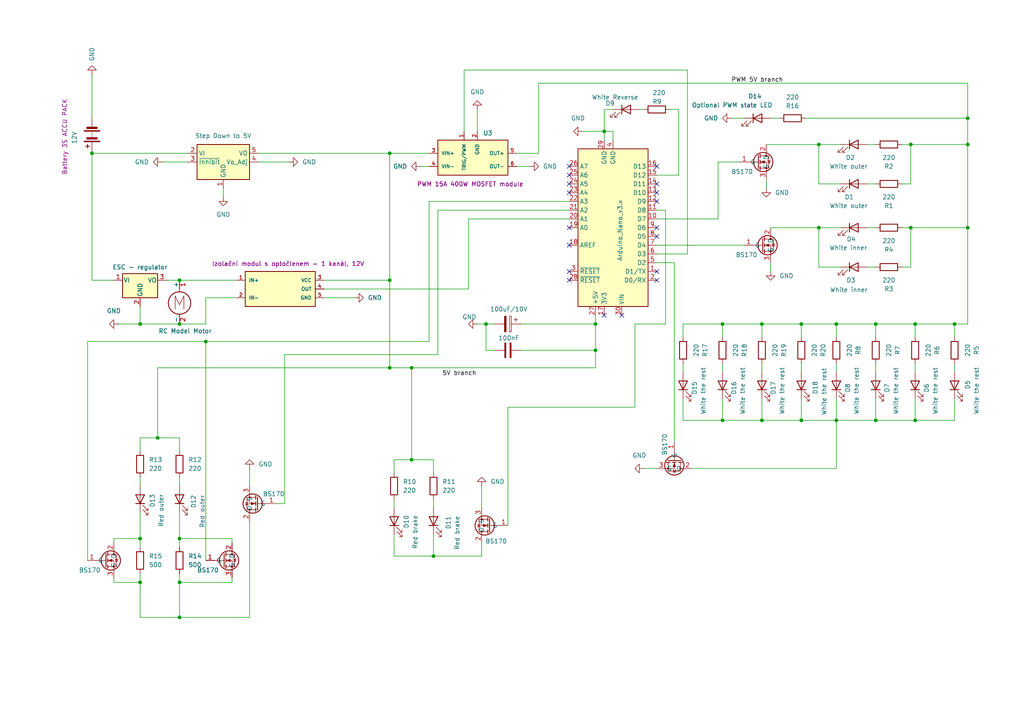
<source format=kicad_sch>
(kicad_sch (version 20231120) (generator "eeschema") (generator_version "8.0")
  (paper "A4")
  (title_block (title "Lighting module for RC Tatra T815 Dakar 1986") (date "2024-07-17") (rev "2") (company "Petr Škaloud") (comment 1 "https://github.com/ByPS128/RC-Light-T815-DKR-86"))
  (lib_symbols
    (symbol "Converter_DCDC:PTN78000H_EUS-5"
      (property "Reference" "U" (at -6.35 6.35 0))
      (property "Value" "PTN78000H_EUS-5" (at 3.81 6.35 0))
      (symbol "PTN78000H_EUS-5_0_1"
        (rectangle (start -7.62 5.08) (end 7.62 -5.08) (stroke (width 0.254)) (fill (type background)))
      )
      (symbol "PTN78000H_EUS-5_1_1"
        (pin power_in line (at 0 -7.62 90) (length 2.54) (name "GND") (number "1"))
        (pin power_in line (at -10.16 2.54 0) (length 2.54) (name "VI") (number "2"))
        (pin input line (at -10.16 0 0) (length 2.54) (name "~{Inhibit}") (number "3"))
        (pin output line (at 10.16 0 180) (length 2.54) (name "Vo_Adj") (number "4"))
        (pin power_out line (at 10.16 2.54 180) (length 2.54) (name "VO") (number "5"))
      )
    )
    (symbol "Device:Battery" (pin_numbers hide) (pin_names (offset 0) hide)
      (property "Reference" "BT" (at 2.54 2.54 0))
      (property "Value" "Battery" (at 2.54 0 0))
      (symbol "Battery_0_1"
        (rectangle (start -2.286 -1.27) (end 2.286 -1.524) (fill (type outline)))
        (rectangle (start -2.286 1.778) (end 2.286 1.524) (fill (type outline)))
        (rectangle (start -1.524 -2.032) (end 1.524 -2.54) (fill (type outline)))
        (rectangle (start -1.524 1.016) (end 1.524 0.508) (fill (type outline)))
        (polyline (pts (xy 0 -1.016) (xy 0 -0.762)))
        (polyline (pts (xy 0 -0.508) (xy 0 -0.254)))
        (polyline (pts (xy 0 0) (xy 0 0.254)))
        (polyline (pts (xy 0 1.778) (xy 0 2.54)))
        (polyline (pts (xy 0.762 3.048) (xy 1.778 3.048)) (stroke (width 0.254)))
        (polyline (pts (xy 1.27 3.556) (xy 1.27 2.54)) (stroke (width 0.254)))
      )
      (symbol "Battery_1_1"
        (pin passive line (at 0 5.08 270) (length 2.54) (name "+") (number "1"))
        (pin passive line (at 0 -5.08 90) (length 2.54) (name "-") (number "2"))
      )
    )
    (symbol "Device:C" (pin_numbers hide) (pin_names (offset 0.254))
      (property "Reference" "C" (at 0.635 2.54 0))
      (property "Value" "C" (at 0.635 -2.54 0))
      (symbol "C_0_1"
        (polyline (pts (xy -2.032 -0.762) (xy 2.032 -0.762)) (stroke (width 0.508)))
        (polyline (pts (xy -2.032 0.762) (xy 2.032 0.762)) (stroke (width 0.508)))
      )
      (symbol "C_1_1"
        (pin passive line (at 0 3.81 270) (length 2.794) (name "~") (number "1"))
        (pin passive line (at 0 -3.81 90) (length 2.794) (name "~") (number "2"))
      )
    )
    (symbol "Device:C_Polarized" (pin_numbers hide) (pin_names (offset 0.254))
      (property "Reference" "C" (at 0.635 2.54 0))
      (property "Value" "C_Polarized" (at 0.635 -2.54 0))
      (symbol "C_Polarized_0_1"
        (rectangle (start -2.286 0.508) (end 2.286 1.016))
        (polyline (pts (xy -1.778 2.286) (xy -0.762 2.286)))
        (polyline (pts (xy -1.27 2.794) (xy -1.27 1.778)))
        (rectangle (start 2.286 -0.508) (end -2.286 -1.016) (fill (type outline)))
      )
      (symbol "C_Polarized_1_1"
        (pin passive line (at 0 3.81 270) (length 2.794) (name "~") (number "1"))
        (pin passive line (at 0 -3.81 90) (length 2.794) (name "~") (number "2"))
      )
    )
    (symbol "Device:LED" (pin_numbers hide) (pin_names (offset 1.016) hide)
      (property "Reference" "D" (at 0 2.54 0))
      (property "Value" "LED" (at 0 -2.54 0))
      (symbol "LED_0_1"
        (polyline (pts (xy -1.27 -1.27) (xy -1.27 1.27)) (stroke (width 0.254)))
        (polyline (pts (xy -1.27 0) (xy 1.27 0)))
        (polyline (pts (xy 1.27 -1.27) (xy 1.27 1.27) (xy -1.27 0) (xy 1.27 -1.27)) (stroke (width 0.254)))
        (polyline (pts (xy -3.048 -0.762) (xy -4.572 -2.286) (xy -3.81 -2.286) (xy -4.572 -2.286) (xy -4.572 -1.524)))
        (polyline (pts (xy -1.778 -0.762) (xy -3.302 -2.286) (xy -2.54 -2.286) (xy -3.302 -2.286) (xy -3.302 -1.524)))
      )
      (symbol "LED_1_1"
        (pin passive line (at -3.81 0 0) (length 2.54) (name "K") (number "1"))
        (pin passive line (at 3.81 0 180) (length 2.54) (name "A") (number "2"))
      )
    )
    (symbol "Device:R" (pin_numbers hide) (pin_names (offset 0))
      (property "Reference" "R" (at 2.032 0 90))
      (property "Value" "R" (at 0 0 90))
      (symbol "R_0_1"
        (rectangle (start -1.016 -2.54) (end 1.016 2.54) (stroke (width 0.254)))
      )
      (symbol "R_1_1"
        (pin passive line (at 0 3.81 270) (length 1.27) (name "~") (number "1"))
        (pin passive line (at 0 -3.81 90) (length 1.27) (name "~") (number "2"))
      )
    )
    (symbol "MCU_Module:Arduino_Nano_v3.x"
      (property "Reference" "A" (at -10.16 23.495 0))
      (property "Value" "Arduino_Nano_v3.x" (at 5.08 -24.13 0))
      (symbol "Arduino_Nano_v3.x_0_1"
        (rectangle (start -10.16 22.86) (end 10.16 -22.86) (stroke (width 0.254)) (fill (type background)))
      )
      (symbol "Arduino_Nano_v3.x_1_1"
        (pin bidirectional line (at -12.7 12.7 0) (length 2.54) (name "D1/TX") (number "1"))
        (pin bidirectional line (at -12.7 -2.54 0) (length 2.54) (name "D7") (number "10"))
        (pin bidirectional line (at -12.7 -5.08 0) (length 2.54) (name "D8") (number "11"))
        (pin bidirectional line (at -12.7 -7.62 0) (length 2.54) (name "D9") (number "12"))
        (pin bidirectional line (at -12.7 -10.16 0) (length 2.54) (name "D10") (number "13"))
        (pin bidirectional line (at -12.7 -12.7 0) (length 2.54) (name "D11") (number "14"))
        (pin bidirectional line (at -12.7 -15.24 0) (length 2.54) (name "D12") (number "15"))
        (pin bidirectional line (at -12.7 -17.78 0) (length 2.54) (name "D13") (number "16"))
        (pin power_out line (at 2.54 25.4 270) (length 2.54) (name "3V3") (number "17"))
        (pin input line (at 12.7 5.08 180) (length 2.54) (name "AREF") (number "18"))
        (pin bidirectional line (at 12.7 0 180) (length 2.54) (name "A0") (number "19"))
        (pin bidirectional line (at -12.7 15.24 0) (length 2.54) (name "D0/RX") (number "2"))
        (pin bidirectional line (at 12.7 -2.54 180) (length 2.54) (name "A1") (number "20"))
        (pin bidirectional line (at 12.7 -5.08 180) (length 2.54) (name "A2") (number "21"))
        (pin bidirectional line (at 12.7 -7.62 180) (length 2.54) (name "A3") (number "22"))
        (pin bidirectional line (at 12.7 -10.16 180) (length 2.54) (name "A4") (number "23"))
        (pin bidirectional line (at 12.7 -12.7 180) (length 2.54) (name "A5") (number "24"))
        (pin bidirectional line (at 12.7 -15.24 180) (length 2.54) (name "A6") (number "25"))
        (pin bidirectional line (at 12.7 -17.78 180) (length 2.54) (name "A7") (number "26"))
        (pin power_out line (at 5.08 25.4 270) (length 2.54) (name "+5V") (number "27"))
        (pin input line (at 12.7 15.24 180) (length 2.54) (name "~{RESET}") (number "28"))
        (pin power_in line (at 2.54 -25.4 90) (length 2.54) (name "GND") (number "29"))
        (pin input line (at 12.7 12.7 180) (length 2.54) (name "~{RESET}") (number "3"))
        (pin power_in line (at -2.54 25.4 270) (length 2.54) (name "VIN") (number "30"))
        (pin power_in line (at 0 -25.4 90) (length 2.54) (name "GND") (number "4"))
        (pin bidirectional line (at -12.7 10.16 0) (length 2.54) (name "D2") (number "5"))
        (pin bidirectional line (at -12.7 7.62 0) (length 2.54) (name "D3") (number "6"))
        (pin bidirectional line (at -12.7 5.08 0) (length 2.54) (name "D4") (number "7"))
        (pin bidirectional line (at -12.7 2.54 0) (length 2.54) (name "D5") (number "8"))
        (pin bidirectional line (at -12.7 0 0) (length 2.54) (name "D6") (number "9"))
      )
    )
    (symbol "Motor:Motor_DC" (pin_names (offset 0))
      (property "Reference" "M" (at 2.54 2.54 0))
      (property "Value" "Motor_DC" (at 2.54 -5.08 0))
      (symbol "Motor_DC_0_0"
        (polyline (pts (xy -1.27 -3.302) (xy -1.27 0.508) (xy 0 -2.032) (xy 1.27 0.508) (xy 1.27 -3.302)))
      )
      (symbol "Motor_DC_0_1"
        (circle (center 0 -1.524) (radius 3.2512) (stroke (width 0.254)))
        (polyline (pts (xy 0 -7.62) (xy 0 -7.112)))
        (polyline (pts (xy 0 -4.7752) (xy 0 -5.1816)))
        (polyline (pts (xy 0 1.7272) (xy 0 2.0828)))
        (polyline (pts (xy 0 2.032) (xy 0 2.54)))
      )
      (symbol "Motor_DC_1_1"
        (pin passive line (at 0 5.08 270) (length 2.54) (name "+") (number "1"))
        (pin passive line (at 0 -7.62 90) (length 2.54) (name "-") (number "2"))
      )
    )
    (symbol "Regulator_Linear:LM2936-3.0" (pin_names (offset 0.254))
      (property "Reference" "U" (at -3.81 3.175 0))
      (property "Value" "LM2936-3.0" (at 0 3.175 0))
      (symbol "LM2936-3.0_0_1"
        (rectangle (start -5.08 1.905) (end 5.08 -5.08) (stroke (width 0.254)) (fill (type background)))
      )
      (symbol "LM2936-3.0_1_1"
        (pin power_in line (at -7.62 0 0) (length 2.54) (name "VI") (number "1"))
        (pin power_in line (at 0 -7.62 90) (length 2.54) (name "GND") (number "2"))
        (pin power_out line (at 7.62 0 180) (length 2.54) (name "VO") (number "3"))
      )
    )
    (symbol "T815-DKR-86:Optocoupler_Module" (pin_names (offset 1.016))
      (property "Reference" "U" (at 0 14.986 0))
      (symbol "Optocoupler_Module_0_0"
        (rectangle (start -10.16 5.08) (end 10.16 -5.08) (stroke (width 0.254)) (fill (type background)))
        (pin input line (at -12.7 2.54 0) (length 2.54) (name "IN+") (number "1"))
        (pin input line (at -12.7 -2.54 0) (length 2.54) (name "IN-") (number "2"))
      )
      (symbol "Optocoupler_Module_1_0"
        (pin power_out line (at 12.7 2.54 180) (length 2.54) (name "VCC") (number "3"))
        (pin power_out line (at 12.7 0 180) (length 2.54) (name "OUT") (number "4"))
        (pin power_out line (at 12.7 -2.54 180) (length 2.54) (name "GND") (number "5"))
      )
    )
    (symbol "T815-DKR-86:PWM_MOSFET_Module" (pin_names (offset 1.016))
      (property "Reference" "U" (at 0 19.812 0))
      (symbol "PWM_MOSFET_Module_0_0"
        (rectangle (start -10.16 3.81) (end 10.16 -6.35) (stroke (width 0.254)) (fill (type background)))
        (pin input line (at -2.54 6.35 270) (length 2.54) (name "TRIG/PWM") (number "1"))
        (pin power_in line (at 1.27 6.35 270) (length 2.54) (name "GND") (number "2"))
        (pin power_in line (at -12.7 0 0) (length 2.54) (name "VIN+") (number "3"))
        (pin power_in line (at -12.7 -3.81 0) (length 2.54) (name "VIN-") (number "4"))
        (pin power_out line (at 12.7 -3.81 180) (length 2.54) (name "OUT-") (number "6"))
      )
      (symbol "PWM_MOSFET_Module_1_0"
        (pin power_out line (at 12.7 0 180) (length 2.54) (name "OUT+") (number "5"))
      )
    )
    (symbol "Transistor_FET:IRLZ44N"
      (property "Reference" "Q" (at 5.08 1.905 0))
      (property "Value" "IRLZ44N" (at 5.08 0 0))
      (symbol "IRLZ44N_0_1"
        (polyline (pts (xy 0.254 0) (xy -2.54 0)))
        (polyline (pts (xy 0.254 1.905) (xy 0.254 -1.905)) (stroke (width 0.254)))
        (polyline (pts (xy 0.762 -1.27) (xy 0.762 -2.286)) (stroke (width 0.254)))
        (polyline (pts (xy 0.762 0.508) (xy 0.762 -0.508)) (stroke (width 0.254)))
        (polyline (pts (xy 0.762 2.286) (xy 0.762 1.27)) (stroke (width 0.254)))
        (polyline (pts (xy 2.54 2.54) (xy 2.54 1.778)))
        (polyline (pts (xy 2.54 -2.54) (xy 2.54 0) (xy 0.762 0)))
        (polyline (pts (xy 0.762 -1.778) (xy 3.302 -1.778) (xy 3.302 1.778) (xy 0.762 1.778)))
        (polyline (pts (xy 1.016 0) (xy 2.032 0.381) (xy 2.032 -0.381) (xy 1.016 0)) (fill (type outline)))
        (polyline (pts (xy 2.794 0.508) (xy 2.921 0.381) (xy 3.683 0.381) (xy 3.81 0.254)))
        (polyline (pts (xy 3.302 0.381) (xy 2.921 -0.254) (xy 3.683 -0.254) (xy 3.302 0.381)))
        (circle (center 1.651 0) (radius 2.794) (stroke (width 0.254)))
        (circle (center 2.54 -1.778) (radius 0.254) (fill (type outline)))
        (circle (center 2.54 1.778) (radius 0.254) (fill (type outline)))
      )
      (symbol "IRLZ44N_1_1"
        (pin input line (at -5.08 0 0) (length 2.54) (name "G") (number "1"))
        (pin passive line (at 2.54 5.08 270) (length 2.54) (name "D") (number "2"))
        (pin passive line (at 2.54 -5.08 90) (length 2.54) (name "S") (number "3"))
      )
    )
    (symbol "power:GND" (power) (pin_numbers hide) (pin_names (offset 0) hide)
      (property "Value" "GND" (at 0 -3.81 0))
      (symbol "GND_0_1"
        (polyline (pts (xy 0 0) (xy 0 -1.27) (xy 1.27 -1.27) (xy 0 -2.54) (xy -1.27 -1.27) (xy 0 -1.27)))
      )
      (symbol "GND_1_1"
        (pin power_in line (at 0 0 270) (length 0) (name "~") (number "1"))
      )
    )
  )
  (junction (at 209.55 121.92))
  (junction (at 40.64 93.98))
  (junction (at 264.16 41.91))
  (junction (at 113.03 44.45))
  (junction (at 52.07 81.28))
  (junction (at 280.67 41.91))
  (junction (at 52.07 93.98))
  (junction (at 125.73 161.29))
  (junction (at 52.07 156.21))
  (junction (at 237.49 66.04))
  (junction (at 175.26 38.1))
  (junction (at 45.72 127))
  (junction (at 26.67 44.45))
  (junction (at 220.98 121.92))
  (junction (at 254 121.92))
  (junction (at 280.67 66.04))
  (junction (at 209.55 93.98))
  (junction (at 254 93.98))
  (junction (at 40.64 156.21))
  (junction (at 264.16 66.04))
  (junction (at 52.07 168.91))
  (junction (at 242.57 121.92))
  (junction (at 40.64 168.91))
  (junction (at 119.38 106.68))
  (junction (at 276.86 93.98))
  (junction (at 232.41 121.92))
  (junction (at 232.41 93.98))
  (junction (at 140.97 93.98))
  (junction (at 113.03 81.28))
  (junction (at 52.07 179.07))
  (junction (at 59.69 99.06))
  (junction (at 119.38 133.35))
  (junction (at 265.43 93.98))
  (junction (at 237.49 41.91))
  (junction (at 280.67 34.29))
  (junction (at 265.43 121.92))
  (junction (at 172.72 93.98))
  (junction (at 172.72 101.6))
  (junction (at 220.98 93.98))
  (junction (at 242.57 93.98))
  (junction (at 113.03 106.68))
  (no_connect (at 190.5 58.42))
  (no_connect (at 165.1 78.74))
  (no_connect (at 165.1 71.12))
  (no_connect (at 165.1 81.28))
  (no_connect (at 165.1 48.26))
  (no_connect (at 165.1 66.04))
  (no_connect (at 190.5 48.26))
  (no_connect (at 190.5 55.88))
  (no_connect (at 175.26 91.44))
  (no_connect (at 190.5 78.74))
  (no_connect (at 165.1 53.34))
  (no_connect (at 165.1 55.88))
  (no_connect (at 190.5 68.58))
  (no_connect (at 190.5 81.28))
  (no_connect (at 165.1 50.8))
  (no_connect (at 190.5 66.04))
  (no_connect (at 180.34 91.44))
  (no_connect (at 190.5 53.34))
  (wire (pts (xy 184.15 118.11) (xy 147.32 118.11)))
  (wire (pts (xy 175.26 38.1) (xy 175.26 40.64)))
  (wire (pts (xy 143.51 101.6) (xy 140.97 101.6)))
  (wire (pts (xy 200.66 135.89) (xy 242.57 135.89)))
  (wire (pts (xy 237.49 66.04) (xy 237.49 77.47)))
  (wire (pts (xy 149.86 48.26) (xy 153.67 48.26)))
  (wire (pts (xy 114.3 144.78) (xy 114.3 147.32)))
  (wire (pts (xy 261.62 66.04) (xy 264.16 66.04)))
  (wire (pts (xy 82.55 146.05) (xy 80.01 146.05)))
  (wire (pts (xy 114.3 161.29) (xy 125.73 161.29)))
  (wire (pts (xy 74.93 44.45) (xy 113.03 44.45)))
  (wire (pts (xy 64.77 54.61) (xy 64.77 57.15)))
  (wire (pts (xy 40.64 156.21) (xy 40.64 158.75)))
  (wire (pts (xy 113.03 44.45) (xy 124.46 44.45)))
  (wire (pts (xy 280.67 66.04) (xy 280.67 93.98)))
  (wire (pts (xy 190.5 50.8) (xy 196.85 50.8)))
  (wire (pts (xy 190.5 73.66) (xy 199.39 73.66)))
  (wire (pts (xy 40.64 168.91) (xy 40.64 179.07)))
  (wire (pts (xy 190.5 76.2) (xy 195.58 76.2)))
  (wire (pts (xy 254 105.41) (xy 254 107.95)))
  (wire (pts (xy 67.31 157.48) (xy 67.31 156.21)))
  (wire (pts (xy 149.86 44.45) (xy 156.21 44.45)))
  (wire (pts (xy 254 41.91) (xy 251.46 41.91)))
  (wire (pts (xy 125.73 144.78) (xy 125.73 147.32)))
  (wire (pts (xy 68.58 86.36) (xy 59.69 86.36)))
  (wire (pts (xy 93.98 81.28) (xy 113.03 81.28)))
  (wire (pts (xy 125.73 161.29) (xy 139.7 161.29)))
  (wire (pts (xy 165.1 60.96) (xy 127 60.96)))
  (wire (pts (xy 33.02 81.28) (xy 26.67 81.28)))
  (wire (pts (xy 222.25 41.91) (xy 237.49 41.91)))
  (wire (pts (xy 265.43 93.98) (xy 276.86 93.98)))
  (wire (pts (xy 242.57 115.57) (xy 242.57 121.92)))
  (wire (pts (xy 198.12 97.79) (xy 198.12 93.98)))
  (wire (pts (xy 45.72 127) (xy 52.07 127)))
  (wire (pts (xy 226.06 34.29) (xy 223.52 34.29)))
  (wire (pts (xy 208.28 63.5) (xy 190.5 63.5)))
  (wire (pts (xy 52.07 148.59) (xy 52.07 156.21)))
  (wire (pts (xy 113.03 81.28) (xy 113.03 106.68)))
  (wire (pts (xy 222.25 52.07) (xy 222.25 54.61)))
  (wire (pts (xy 220.98 115.57) (xy 220.98 121.92)))
  (wire (pts (xy 177.8 31.75) (xy 175.26 31.75)))
  (wire (pts (xy 220.98 93.98) (xy 232.41 93.98)))
  (wire (pts (xy 40.64 127) (xy 45.72 127)))
  (wire (pts (xy 265.43 93.98) (xy 265.43 97.79)))
  (wire (pts (xy 25.4 99.06) (xy 59.69 99.06)))
  (wire (pts (xy 135.89 63.5) (xy 165.1 63.5)))
  (wire (pts (xy 119.38 106.68) (xy 172.72 106.68)))
  (wire (pts (xy 254 93.98) (xy 254 97.79)))
  (wire (pts (xy 40.64 148.59) (xy 40.64 156.21)))
  (wire (pts (xy 198.12 93.98) (xy 209.55 93.98)))
  (wire (pts (xy 156.21 24.13) (xy 280.67 24.13)))
  (wire (pts (xy 280.67 34.29) (xy 280.67 41.91)))
  (wire (pts (xy 196.85 31.75) (xy 194.31 31.75)))
  (wire (pts (xy 186.69 135.89) (xy 190.5 135.89)))
  (wire (pts (xy 59.69 93.98) (xy 52.07 93.98)))
  (wire (pts (xy 52.07 81.28) (xy 68.58 81.28)))
  (wire (pts (xy 196.85 31.75) (xy 196.85 50.8)))
  (wire (pts (xy 59.69 86.36) (xy 59.69 93.98)))
  (wire (pts (xy 139.7 157.48) (xy 139.7 161.29)))
  (wire (pts (xy 264.16 41.91) (xy 264.16 53.34)))
  (wire (pts (xy 119.38 106.68) (xy 119.38 133.35)))
  (wire (pts (xy 208.28 46.99) (xy 208.28 63.5)))
  (wire (pts (xy 280.67 24.13) (xy 280.67 34.29)))
  (wire (pts (xy 209.55 93.98) (xy 209.55 97.79)))
  (wire (pts (xy 140.97 93.98) (xy 143.51 93.98)))
  (wire (pts (xy 40.64 166.37) (xy 40.64 168.91)))
  (wire (pts (xy 165.1 58.42) (xy 124.46 58.42)))
  (wire (pts (xy 127 102.87) (xy 82.55 102.87)))
  (wire (pts (xy 220.98 93.98) (xy 220.98 97.79)))
  (wire (pts (xy 175.26 38.1) (xy 177.8 38.1)))
  (wire (pts (xy 125.73 154.94) (xy 125.73 161.29)))
  (wire (pts (xy 135.89 83.82) (xy 135.89 63.5)))
  (wire (pts (xy 190.5 60.96) (xy 193.04 60.96)))
  (wire (pts (xy 26.67 44.45) (xy 54.61 44.45)))
  (wire (pts (xy 264.16 66.04) (xy 280.67 66.04)))
  (wire (pts (xy 212.09 34.29) (xy 215.9 34.29)))
  (wire (pts (xy 232.41 121.92) (xy 242.57 121.92)))
  (wire (pts (xy 243.84 53.34) (xy 237.49 53.34)))
  (wire (pts (xy 175.26 31.75) (xy 175.26 38.1)))
  (wire (pts (xy 140.97 93.98) (xy 140.97 101.6)))
  (wire (pts (xy 114.3 154.94) (xy 114.3 161.29)))
  (wire (pts (xy 33.02 156.21) (xy 40.64 156.21)))
  (wire (pts (xy 261.62 41.91) (xy 264.16 41.91)))
  (wire (pts (xy 276.86 105.41) (xy 276.86 107.95)))
  (wire (pts (xy 223.52 66.04) (xy 237.49 66.04)))
  (wire (pts (xy 193.04 60.96) (xy 193.04 93.98)))
  (wire (pts (xy 276.86 115.57) (xy 276.86 121.92)))
  (wire (pts (xy 67.31 167.64) (xy 67.31 168.91)))
  (wire (pts (xy 233.68 34.29) (xy 280.67 34.29)))
  (wire (pts (xy 264.16 53.34) (xy 261.62 53.34)))
  (wire (pts (xy 40.64 88.9) (xy 40.64 93.98)))
  (wire (pts (xy 147.32 118.11) (xy 147.32 152.4)))
  (wire (pts (xy 168.91 38.1) (xy 175.26 38.1)))
  (wire (pts (xy 151.13 101.6) (xy 172.72 101.6)))
  (wire (pts (xy 26.67 81.28) (xy 26.67 44.45)))
  (wire (pts (xy 52.07 156.21) (xy 52.07 158.75)))
  (wire (pts (xy 124.46 58.42) (xy 124.46 99.06)))
  (wire (pts (xy 265.43 105.41) (xy 265.43 107.95)))
  (wire (pts (xy 156.21 44.45) (xy 156.21 24.13)))
  (wire (pts (xy 113.03 106.68) (xy 119.38 106.68)))
  (wire (pts (xy 254 53.34) (xy 251.46 53.34)))
  (wire (pts (xy 72.39 179.07) (xy 52.07 179.07)))
  (wire (pts (xy 276.86 93.98) (xy 276.86 97.79)))
  (wire (pts (xy 113.03 44.45) (xy 113.03 81.28)))
  (wire (pts (xy 264.16 41.91) (xy 280.67 41.91)))
  (wire (pts (xy 52.07 168.91) (xy 52.07 179.07)))
  (wire (pts (xy 220.98 105.41) (xy 220.98 107.95)))
  (wire (pts (xy 198.12 121.92) (xy 209.55 121.92)))
  (wire (pts (xy 254 66.04) (xy 251.46 66.04)))
  (wire (pts (xy 40.64 138.43) (xy 40.64 140.97)))
  (wire (pts (xy 67.31 156.21) (xy 52.07 156.21)))
  (wire (pts (xy 59.69 99.06) (xy 124.46 99.06)))
  (wire (pts (xy 172.72 93.98) (xy 172.72 101.6)))
  (wire (pts (xy 242.57 105.41) (xy 242.57 107.95)))
  (wire (pts (xy 72.39 135.89) (xy 72.39 140.97)))
  (wire (pts (xy 209.55 121.92) (xy 220.98 121.92)))
  (wire (pts (xy 209.55 115.57) (xy 209.55 121.92)))
  (wire (pts (xy 254 77.47) (xy 251.46 77.47)))
  (wire (pts (xy 45.72 106.68) (xy 45.72 127)))
  (wire (pts (xy 52.07 127) (xy 52.07 130.81)))
  (wire (pts (xy 33.02 156.21) (xy 33.02 157.48)))
  (wire (pts (xy 138.43 38.1) (xy 138.43 31.75)))
  (wire (pts (xy 172.72 91.44) (xy 172.72 93.98)))
  (wire (pts (xy 265.43 121.92) (xy 276.86 121.92)))
  (wire (pts (xy 190.5 71.12) (xy 215.9 71.12)))
  (wire (pts (xy 48.26 81.28) (xy 52.07 81.28)))
  (wire (pts (xy 243.84 41.91) (xy 237.49 41.91)))
  (wire (pts (xy 45.72 106.68) (xy 113.03 106.68)))
  (wire (pts (xy 34.29 93.98) (xy 40.64 93.98)))
  (wire (pts (xy 121.92 48.26) (xy 124.46 48.26)))
  (wire (pts (xy 33.02 167.64) (xy 33.02 168.91)))
  (wire (pts (xy 40.64 179.07) (xy 52.07 179.07)))
  (wire (pts (xy 25.4 99.06) (xy 25.4 162.56)))
  (wire (pts (xy 26.67 34.29) (xy 26.67 21.59)))
  (wire (pts (xy 67.31 168.91) (xy 52.07 168.91)))
  (wire (pts (xy 232.41 115.57) (xy 232.41 121.92)))
  (wire (pts (xy 93.98 83.82) (xy 135.89 83.82)))
  (wire (pts (xy 232.41 105.41) (xy 232.41 107.95)))
  (wire (pts (xy 52.07 166.37) (xy 52.07 168.91)))
  (wire (pts (xy 127 60.96) (xy 127 102.87)))
  (wire (pts (xy 280.67 93.98) (xy 276.86 93.98)))
  (wire (pts (xy 139.7 140.97) (xy 139.7 147.32)))
  (wire (pts (xy 172.72 101.6) (xy 172.72 106.68)))
  (wire (pts (xy 138.43 93.98) (xy 140.97 93.98)))
  (wire (pts (xy 242.57 97.79) (xy 242.57 93.98)))
  (wire (pts (xy 220.98 121.92) (xy 232.41 121.92)))
  (wire (pts (xy 242.57 121.92) (xy 254 121.92)))
  (wire (pts (xy 208.28 46.99) (xy 214.63 46.99)))
  (wire (pts (xy 46.99 46.99) (xy 54.61 46.99)))
  (wire (pts (xy 280.67 41.91) (xy 280.67 66.04)))
  (wire (pts (xy 254 115.57) (xy 254 121.92)))
  (wire (pts (xy 195.58 76.2) (xy 195.58 128.27)))
  (wire (pts (xy 199.39 73.66) (xy 199.39 20.32)))
  (wire (pts (xy 209.55 105.41) (xy 209.55 107.95)))
  (wire (pts (xy 243.84 66.04) (xy 237.49 66.04)))
  (wire (pts (xy 242.57 93.98) (xy 254 93.98)))
  (wire (pts (xy 125.73 133.35) (xy 119.38 133.35)))
  (wire (pts (xy 82.55 102.87) (xy 82.55 146.05)))
  (wire (pts (xy 254 121.92) (xy 265.43 121.92)))
  (wire (pts (xy 199.39 20.32) (xy 134.62 20.32)))
  (wire (pts (xy 264.16 77.47) (xy 261.62 77.47)))
  (wire (pts (xy 264.16 66.04) (xy 264.16 77.47)))
  (wire (pts (xy 254 93.98) (xy 265.43 93.98)))
  (wire (pts (xy 186.69 31.75) (xy 185.42 31.75)))
  (wire (pts (xy 232.41 93.98) (xy 242.57 93.98)))
  (wire (pts (xy 243.84 77.47) (xy 237.49 77.47)))
  (wire (pts (xy 119.38 133.35) (xy 114.3 133.35)))
  (wire (pts (xy 52.07 93.98) (xy 40.64 93.98)))
  (wire (pts (xy 59.69 99.06) (xy 59.69 162.56)))
  (wire (pts (xy 198.12 115.57) (xy 198.12 121.92)))
  (wire (pts (xy 242.57 135.89) (xy 242.57 121.92)))
  (wire (pts (xy 237.49 41.91) (xy 237.49 53.34)))
  (wire (pts (xy 223.52 76.2) (xy 223.52 78.74)))
  (wire (pts (xy 40.64 130.81) (xy 40.64 127)))
  (wire (pts (xy 184.15 93.98) (xy 193.04 93.98)))
  (wire (pts (xy 198.12 105.41) (xy 198.12 107.95)))
  (wire (pts (xy 265.43 115.57) (xy 265.43 121.92)))
  (wire (pts (xy 134.62 20.32) (xy 134.62 38.1)))
  (wire (pts (xy 33.02 168.91) (xy 40.64 168.91)))
  (wire (pts (xy 232.41 93.98) (xy 232.41 97.79)))
  (wire (pts (xy 93.98 86.36) (xy 102.87 86.36)))
  (wire (pts (xy 177.8 40.64) (xy 177.8 38.1)))
  (wire (pts (xy 125.73 137.16) (xy 125.73 133.35)))
  (wire (pts (xy 72.39 151.13) (xy 72.39 179.07)))
  (wire (pts (xy 184.15 118.11) (xy 184.15 93.98)))
  (wire (pts (xy 209.55 93.98) (xy 220.98 93.98)))
  (wire (pts (xy 151.13 93.98) (xy 172.72 93.98)))
  (wire (pts (xy 74.93 46.99) (xy 83.82 46.99)))
  (wire (pts (xy 52.07 138.43) (xy 52.07 140.97)))
  (wire (pts (xy 114.3 137.16) (xy 114.3 133.35)))
  (label "PWM 5V branch" (at 212.09 24.13 0))
  (label "5V branch" (at 128.27 109.22 0))
  (symbol (lib_id "power:GND") (at 83.82 46.99 90) (unit 1)
    (property "Reference" "#PWR08" (effects (hide yes)))
    (property "Value" "GND" (at 87.63 46.9899 90) (effects (justify right)))
    (property "Description" "Power symbol creates a global label with name \"GND\" , ground" (effects (hide yes)))
  )
  (symbol (lib_id "Device:R") (at 40.64 134.62 180) (unit 1)
    (property "Reference" "R13" (at 43.18 133.3499 0) (effects (justify right)))
    (property "Value" "220" (at 43.18 135.8899 0) (effects (justify right)))
    (property "Description" "Resistor" (effects (hide yes)))
  )
  (symbol (lib_id "Device:R") (at 220.98 101.6 0) (unit 1)
    (property "Reference" "R19" (at 227.33 101.6 90))
    (property "Value" "220" (at 224.79 101.6 90))
    (property "Description" "Resistor" (effects (hide yes)))
  )
  (symbol (lib_id "Device:LED") (at 265.43 111.76 90) (unit 1)
    (property "Reference" "D6" (at 268.732 112.522 0))
    (property "Value" "White the rest" (at 271.272 113.3475 0))
    (property "Description" "Light emitting diode" (effects (hide yes)))
  )
  (symbol (lib_id "Transistor_FET:IRLZ44N") (at 220.98 71.12 0) (unit 1)
    (property "Reference" "Q10" (effects (hide yes)))
    (property "Value" "BS170" (at 213.36 73.914 0) (effects (justify left)))
    (property "Footprint" "Package_TO_SOT_THT:TO-220-3_Vertical" (effects (hide yes)))
    (property "Datasheet" "https://www.gme.cz/v/1492728/onsemifairchild-bs170-unipolarni-tranzistor" (effects (hide yes)))
    (property "Description" "Unipolární tranzistor, N kanál, THT, 60V, 0,5A, 0,83W, TO92" (effects (hide yes)))
  )
  (symbol (lib_id "Converter_DCDC:PTN78000H_EUS-5") (at 64.77 46.99 0) (unit 1)
    (property "Reference" "U5" (effects (hide yes)))
    (property "Value" "Step Down to 5V" (at 64.77 39.37 0))
    (property "Footprint" "Module:Texas_EUS_R-PDSS-T5_THT" (effects (hide yes)))
    (property "Datasheet" "https://www.ti.com/lit/ds/symlink/ptn78000w.pdf" (effects (hide yes)))
    (property "Description" "1.5A non-isolated switching regulator power module, 7-36V input voltage, 11.85-22V output voltage, EUS-5" (effects (hide yes)))
  )
  (symbol (lib_id "Transistor_FET:IRLZ44N") (at 74.93 146.05 180) (unit 1)
    (property "Reference" "Q7" (effects (hide yes)))
    (property "Value" "BS170" (at 82.55 143.256 0) (effects (justify left)))
    (property "Footprint" "Package_TO_SOT_THT:TO-220-3_Vertical" (effects (hide yes)))
    (property "Datasheet" "https://www.gme.cz/v/1492728/onsemifairchild-bs170-unipolarni-tranzistor" (effects (hide yes)))
    (property "Description" "Unipolární tranzistor, N kanál, THT, 60V, 0,5A, 0,83W, TO92" (effects (hide yes)))
  )
  (symbol (lib_id "Device:C") (at 147.32 101.6 90) (unit 1)
    (property "Reference" "C2" (effects (hide yes)))
    (property "Value" "100nF" (at 147.574 98.044 90))
    (property "Description" "Unpolarized capacitor" (effects (hide yes)))
  )
  (symbol (lib_id "Regulator_Linear:LM2936-3.0") (at 40.64 81.28 0) (unit 1)
    (property "Reference" "U4" (effects (hide yes)))
    (property "Value" "ESC - regulator" (at 40.64 77.47 0))
    (property "Datasheet" "http://www.ti.com/lit/ds/symlink/lm2936.pdf" (effects (hide yes)))
    (property "Description" "50mA Ultra-Low Quiescent Current LDO Voltage Regulator, 3.0V fixed output, TO-252/SOT-223" (effects (hide yes)))
  )
  (symbol (lib_id "Device:R") (at 276.86 101.6 0) (unit 1)
    (property "Reference" "R5" (at 283.21 101.6 90))
    (property "Value" "220" (at 280.67 101.6 90))
    (property "Description" "Resistor" (effects (hide yes)))
  )
  (symbol (lib_id "T815-DKR-86:Optocoupler_Module") (at 81.28 83.82 0) (unit 1)
    (property "Reference" "U1" (effects (hide yes)))
    (property "Value" "Optocoupler_Module" (effects (hide yes)))
    (property "Datasheet" "https://dratek.cz/arduino/34744-izolacni-modul-s-optoclenem-1-kanal-12v.html" (effects (hide yes)))
    (property "Description" "Izolační modul s optočlenem - 1 kanál, 12V" (at 83.566 77.216 0) (effects (justify bottom)))
  )
  (symbol (lib_id "power:GND") (at 153.67 48.26 90) (unit 1)
    (property "Reference" "#PWR02" (effects (hide yes)))
    (property "Value" "GND" (at 157.48 48.2599 90) (effects (justify right)))
    (property "Description" "Power symbol creates a global label with name \"GND\" , ground" (effects (hide yes)))
  )
  (symbol (lib_id "Device:LED") (at 125.73 151.13 90) (unit 1)
    (property "Reference" "D11" (at 130.048 149.606 0) (effects (justify right)))
    (property "Value" "Red brake" (at 132.588 149.606 0) (effects (justify right)))
    (property "Description" "Light emitting diode" (effects (hide yes)))
  )
  (symbol (lib_id "Device:LED") (at 232.41 111.76 90) (unit 1)
    (property "Reference" "D18" (at 236.474 110.49 0) (effects (justify right)))
    (property "Value" "White the rest" (at 239.014 106.68 0) (effects (justify right)))
    (property "Description" "Light emitting diode" (effects (hide yes)))
  )
  (symbol (lib_id "power:GND") (at 138.43 31.75 180) (unit 1)
    (property "Reference" "#PWR010" (effects (hide yes)))
    (property "Value" "GND" (at 138.43 26.67 0))
    (property "Description" "Power symbol creates a global label with name \"GND\" , ground" (effects (hide yes)))
  )
  (symbol (lib_id "Device:R") (at 257.81 41.91 270) (unit 1)
    (property "Reference" "R2" (at 257.81 48.26 90))
    (property "Value" "220" (at 257.81 45.72 90))
    (property "Description" "Resistor" (effects (hide yes)))
  )
  (symbol (lib_id "Device:LED") (at 220.98 111.76 90) (unit 1)
    (property "Reference" "D17" (at 224.282 112.522 0))
    (property "Value" "White the rest" (at 226.822 113.3475 0))
    (property "Description" "Light emitting diode" (effects (hide yes)))
  )
  (symbol (lib_id "power:GND") (at 139.7 140.97 180) (unit 1)
    (property "Reference" "#PWR014" (effects (hide yes)))
    (property "Value" "GND" (at 142.24 139.6999 0) (effects (justify right)))
    (property "Description" "Power symbol creates a global label with name \"GND\" , ground" (effects (hide yes)))
  )
  (symbol (lib_id "Device:R") (at 265.43 101.6 0) (unit 1)
    (property "Reference" "R6" (at 271.78 101.6 90))
    (property "Value" "220" (at 269.24 101.6 90))
    (property "Description" "Resistor" (effects (hide yes)))
  )
  (symbol (lib_id "Device:C_Polarized") (at 147.32 93.98 270) (unit 1)
    (property "Reference" "C1" (effects (hide yes)))
    (property "Value" "100uF/10V" (at 147.574 89.662 90))
    (property "Datasheet" "https://www.gme.cz/v/1484909/hitano-ce-100u-10vit-hit-exr-5x11-rm2-bulk-elektrolyticky-kondenzator" (effects (hide yes)))
    (property "Description" "Polarized capacitor" (effects (hide yes)))
  )
  (symbol (lib_id "Motor:Motor_DC") (at 52.07 86.36 0) (unit 1)
    (property "Reference" "M1" (effects (hide yes)))
    (property "Value" "RC Model Motor" (at 45.974 96.012 0) (effects (justify left)))
    (property "Description" "DC Motor" (effects (hide yes)))
  )
  (symbol (lib_id "Device:LED") (at 276.86 111.76 90) (unit 1)
    (property "Reference" "D5" (at 280.67 110.236 0) (effects (justify right)))
    (property "Value" "White the rest" (at 283.21 106.426 0) (effects (justify right)))
    (property "Description" "Light emitting diode" (effects (hide yes)))
  )
  (symbol (lib_id "Transistor_FET:IRLZ44N") (at 195.58 133.35 270) (unit 1)
    (property "Reference" "Q9" (effects (hide yes)))
    (property "Value" "BS170" (at 192.786 125.73 0) (effects (justify left)))
    (property "Footprint" "Package_TO_SOT_THT:TO-220-3_Vertical" (effects (hide yes)))
    (property "Datasheet" "https://www.gme.cz/v/1492728/onsemifairchild-bs170-unipolarni-tranzistor" (effects (hide yes)))
    (property "Description" "Unipolární tranzistor, N kanál, THT, 60V, 0,5A, 0,83W, TO92" (effects (hide yes)))
  )
  (symbol (lib_id "Device:LED") (at 242.57 111.76 90) (unit 1)
    (property "Reference" "D8" (at 245.872 112.522 0))
    (property "Value" "White the rest" (at 248.412 113.3475 0))
    (property "Description" "Light emitting diode" (effects (hide yes)))
  )
  (symbol (lib_id "power:GND") (at 72.39 135.89 180) (unit 1)
    (property "Reference" "#PWR015" (effects (hide yes)))
    (property "Value" "GND" (at 74.93 134.6199 0) (effects (justify right)))
    (property "Description" "Power symbol creates a global label with name \"GND\" , ground" (effects (hide yes)))
  )
  (symbol (lib_id "Device:LED") (at 181.61 31.75 0) (unit 1)
    (property "Reference" "D9" (at 178.308 29.972 0) (effects (justify right)))
    (property "Value" "White Reverse" (at 185.166 28.194 0) (effects (justify right)))
    (property "Description" "Light emitting diode" (effects (hide yes)))
  )
  (symbol (lib_id "Device:R") (at 190.5 31.75 90) (unit 1)
    (property "Reference" "R9" (at 189.23 29.464 90) (effects (justify right)))
    (property "Value" "220" (at 189.23 26.924 90) (effects (justify right)))
    (property "Description" "Resistor" (effects (hide yes)))
  )
  (symbol (lib_id "Device:R") (at 257.81 66.04 270) (unit 1)
    (property "Reference" "R4" (at 257.81 72.39 90))
    (property "Value" "220" (at 257.81 69.85 90))
    (property "Description" "Resistor" (effects (hide yes)))
  )
  (symbol (lib_id "Device:LED") (at 254 111.76 90) (unit 1)
    (property "Reference" "D7" (at 257.302 112.522 0))
    (property "Value" "White the rest" (at 259.842 113.3475 0))
    (property "Description" "Light emitting diode" (effects (hide yes)))
  )
  (symbol (lib_id "Device:R") (at 257.81 77.47 270) (unit 1)
    (property "Reference" "R3" (at 257.81 83.82 90))
    (property "Value" "220" (at 257.81 81.28 90))
    (property "Description" "Resistor" (effects (hide yes)))
  )
  (symbol (lib_id "Device:R") (at 198.12 101.6 0) (unit 1)
    (property "Reference" "R17" (at 204.47 101.6 90))
    (property "Value" "220" (at 201.93 101.6 90))
    (property "Description" "Resistor" (effects (hide yes)))
  )
  (symbol (lib_id "power:GND") (at 138.43 93.98 270) (unit 1)
    (property "Reference" "#PWR019" (effects (hide yes)))
    (property "Value" "GND" (at 138.176 91.948 90) (effects (justify right)))
    (property "Description" "Power symbol creates a global label with name \"GND\" , ground" (effects (hide yes)))
  )
  (symbol (lib_id "Device:R") (at 232.41 101.6 0) (unit 1)
    (property "Reference" "R20" (at 238.76 101.6 90))
    (property "Value" "220" (at 236.22 101.6 90))
    (property "Description" "Resistor" (effects (hide yes)))
  )
  (symbol (lib_id "T815-DKR-86:PWM_MOSFET_Module") (at 137.16 44.45 0) (unit 1)
    (property "Reference" "U3" (at 141.478 38.608 0))
    (property "Value" "PWM_MOSFET_Module" (effects (hide yes)))
    (property "Datasheet" "https://dratek.cz/arduino/1754-pwm-15a-400w-mosfet.html" (effects (hide yes)))
    (property "Description" "PWM 15A 400W MOSFET module" (at 136.398 54.102 0) (effects (justify bottom)))
  )
  (symbol (lib_id "power:GND") (at 223.52 78.74 0) (unit 1)
    (property "Reference" "#PWR012" (effects (hide yes)))
    (property "Value" "GND" (at 226.06 80.0099 0) (effects (justify left)))
    (property "Description" "Power symbol creates a global label with name \"GND\" , ground" (effects (hide yes)))
  )
  (symbol (lib_id "power:GND") (at 26.67 21.59 180) (unit 1)
    (property "Reference" "#PWR01" (effects (hide yes)))
    (property "Value" "GND" (at 26.6699 17.78 90) (effects (justify right)))
    (property "Description" "Power symbol creates a global label with name \"GND\" , ground" (effects (hide yes)))
  )
  (symbol (lib_id "MCU_Module:Arduino_Nano_v3.x") (at 177.8 66.04 180) (unit 1)
    (property "Reference" "A1" (effects (hide yes)))
    (property "Value" "Arduino_Nano_v3.x" (at 179.832 57.912 90) (effects (justify left)))
    (property "Footprint" "Module:Arduino_Nano" (effects (hide yes)))
    (property "Datasheet" "http://www.mouser.com/pdfdocs/Gravitech_Arduino_Nano3_0.pdf" (effects (hide yes)))
    (property "Description" "Arduino Nano v3.x" (effects (hide yes)))
  )
  (symbol (lib_id "Device:R") (at 114.3 140.97 180) (unit 1)
    (property "Reference" "R10" (at 116.84 139.6999 0) (effects (justify right)))
    (property "Value" "220" (at 116.84 142.2399 0) (effects (justify right)))
    (property "Description" "Resistor" (effects (hide yes)))
  )
  (symbol (lib_id "Transistor_FET:IRLZ44N") (at 219.71 46.99 0) (unit 1)
    (property "Reference" "Q11" (effects (hide yes)))
    (property "Value" "BS170" (at 212.09 49.784 0) (effects (justify left)))
    (property "Footprint" "Package_TO_SOT_THT:TO-220-3_Vertical" (effects (hide yes)))
    (property "Datasheet" "https://www.gme.cz/v/1492728/onsemifairchild-bs170-unipolarni-tranzistor" (effects (hide yes)))
    (property "Description" "Unipolární tranzistor, N kanál, THT, 60V, 0,5A, 0,83W, TO92" (effects (hide yes)))
  )
  (symbol (lib_id "power:GND") (at 212.09 34.29 270) (unit 1)
    (property "Reference" "#PWR018" (effects (hide yes)))
    (property "Value" "GND" (at 208.28 34.2899 90) (effects (justify right)))
    (property "Description" "Power symbol creates a global label with name \"GND\" , ground" (effects (hide yes)))
  )
  (symbol (lib_id "Device:R") (at 52.07 134.62 180) (unit 1)
    (property "Reference" "R12" (at 54.61 133.3499 0) (effects (justify right)))
    (property "Value" "220" (at 54.61 135.8899 0) (effects (justify right)))
    (property "Description" "Resistor" (effects (hide yes)))
  )
  (symbol (lib_id "Device:LED") (at 247.65 53.34 0) (unit 1)
    (property "Reference" "D1" (at 247.65 57.15 0) (effects (justify right)))
    (property "Value" "White outer" (at 251.714 59.69 0) (effects (justify right)))
    (property "Description" "Light emitting diode" (effects (hide yes)))
  )
  (symbol (lib_id "power:GND") (at 46.99 46.99 270) (unit 1)
    (property "Reference" "#PWR09" (effects (hide yes)))
    (property "Value" "GND" (at 43.18 46.9899 90) (effects (justify right)))
    (property "Description" "Power symbol creates a global label with name \"GND\" , ground" (effects (hide yes)))
  )
  (symbol (lib_id "Device:LED") (at 209.55 111.76 90) (unit 1)
    (property "Reference" "D16" (at 212.852 112.522 0))
    (property "Value" "White the rest" (at 215.392 113.3475 0))
    (property "Description" "Light emitting diode" (effects (hide yes)))
  )
  (symbol (lib_id "Device:Battery") (at 26.67 39.37 180) (unit 1)
    (property "Reference" "BT2" (effects (hide yes)))
    (property "Value" "12V" (at 21.59 39.9415 90))
    (property "Description" "Battery 3S ACCU PACK" (at 18.796 39.624 90))
  )
  (symbol (lib_id "power:GND") (at 102.87 86.36 90) (unit 1)
    (property "Reference" "#PWR04" (effects (hide yes)))
    (property "Value" "GND" (at 106.68 86.3599 90) (effects (justify right)))
    (property "Description" "Power symbol creates a global label with name \"GND\" , ground" (effects (hide yes)))
  )
  (symbol (lib_id "power:GND") (at 34.29 93.98 270) (unit 1)
    (property "Reference" "#PWR03" (effects (hide yes)))
    (property "Value" "GND" (at 33.02 90.17 90))
    (property "Description" "Power symbol creates a global label with name \"GND\" , ground" (effects (hide yes)))
  )
  (symbol (lib_id "Device:LED") (at 219.71 34.29 0) (unit 1)
    (property "Reference" "D14" (at 218.948 27.94 0))
    (property "Value" "Optional PWM state LED" (at 212.344 30.48 0))
    (property "Description" "Light emitting diode" (effects (hide yes)))
  )
  (symbol (lib_id "Device:LED") (at 247.65 77.47 0) (unit 1)
    (property "Reference" "D3" (at 248.158 81.28 0) (effects (justify right)))
    (property "Value" "White inner" (at 251.714 84.074 0) (effects (justify right)))
    (property "Description" "Light emitting diode" (effects (hide yes)))
  )
  (symbol (lib_id "Device:LED") (at 114.3 151.13 90) (unit 1)
    (property "Reference" "D10" (at 117.856 149.352 0) (effects (justify right)))
    (property "Value" "Red brake" (at 120.396 149.352 0) (effects (justify right)))
    (property "Description" "Light emitting diode" (effects (hide yes)))
  )
  (symbol (lib_id "Device:R") (at 52.07 162.56 180) (unit 1)
    (property "Reference" "R14" (at 54.61 161.2899 0) (effects (justify right)))
    (property "Value" "500" (at 54.61 163.8299 0) (effects (justify right)))
    (property "Description" "Resistor" (effects (hide yes)))
  )
  (symbol (lib_id "power:GND") (at 121.92 48.26 270) (unit 1)
    (property "Reference" "#PWR07" (effects (hide yes)))
    (property "Value" "GND" (at 118.11 48.2599 90) (effects (justify right)))
    (property "Description" "Power symbol creates a global label with name \"GND\" , ground" (effects (hide yes)))
  )
  (symbol (lib_id "Device:R") (at 254 101.6 0) (unit 1)
    (property "Reference" "R7" (at 260.35 101.6 90))
    (property "Value" "220" (at 257.81 101.6 90))
    (property "Description" "Resistor" (effects (hide yes)))
  )
  (symbol (lib_id "Device:LED") (at 247.65 66.04 0) (unit 1)
    (property "Reference" "D4" (at 246.888 69.342 0))
    (property "Value" "White inner" (at 246.0625 71.882 0))
    (property "Description" "Light emitting diode" (effects (hide yes)))
  )
  (symbol (lib_id "Transistor_FET:IRLZ44N") (at 142.24 152.4 180) (unit 1)
    (property "Reference" "Q8" (effects (hide yes)))
    (property "Value" "BS170" (at 147.066 156.972 0) (effects (justify left)))
    (property "Footprint" "Package_TO_SOT_THT:TO-220-3_Vertical" (effects (hide yes)))
    (property "Datasheet" "https://www.gme.cz/v/1492728/onsemifairchild-bs170-unipolarni-tranzistor" (effects (hide yes)))
    (property "Description" "Unipolární tranzistor, N kanál, THT, 60V, 0,5A, 0,83W, TO92" (effects (hide yes)))
  )
  (symbol (lib_id "Device:LED") (at 40.64 144.78 90) (unit 1)
    (property "Reference" "D13" (at 44.196 143.256 0) (effects (justify right)))
    (property "Value" "Red outer" (at 46.736 143.256 0) (effects (justify right)))
    (property "Description" "Light emitting diode" (effects (hide yes)))
  )
  (symbol (lib_id "Device:LED") (at 247.65 41.91 0) (unit 1)
    (property "Reference" "D2" (at 246.634 45.72 0))
    (property "Value" "White outer" (at 246.126 48.26 0))
    (property "Description" "Light emitting diode" (effects (hide yes)))
  )
  (symbol (lib_id "power:GND") (at 64.77 57.15 0) (unit 1)
    (property "Reference" "#PWR06" (effects (hide yes)))
    (property "Value" "GND" (at 64.77 62.23 0))
    (property "Description" "Power symbol creates a global label with name \"GND\" , ground" (effects (hide yes)))
  )
  (symbol (lib_id "power:GND") (at 222.25 54.61 0) (unit 1)
    (property "Reference" "#PWR011" (effects (hide yes)))
    (property "Value" "GND" (at 224.79 55.8799 0) (effects (justify left)))
    (property "Description" "Power symbol creates a global label with name \"GND\" , ground" (effects (hide yes)))
  )
  (symbol (lib_id "Device:R") (at 229.87 34.29 270) (unit 1)
    (property "Reference" "R16" (at 229.87 30.734 90))
    (property "Value" "220" (at 229.87 28.194 90))
    (property "Description" "Resistor" (effects (hide yes)))
  )
  (symbol (lib_id "power:GND") (at 186.69 135.89 270) (unit 1)
    (property "Reference" "#PWR013" (effects (hide yes)))
    (property "Value" "GND" (at 185.42 132.08 90))
    (property "Description" "Power symbol creates a global label with name \"GND\" , ground" (effects (hide yes)))
  )
  (symbol (lib_id "Device:R") (at 125.73 140.97 180) (unit 1)
    (property "Reference" "R11" (at 128.27 139.6999 0) (effects (justify right)))
    (property "Value" "220" (at 128.27 142.2399 0) (effects (justify right)))
    (property "Description" "Resistor" (effects (hide yes)))
  )
  (symbol (lib_id "Device:R") (at 209.55 101.6 0) (unit 1)
    (property "Reference" "R18" (at 215.9 101.6 90))
    (property "Value" "220" (at 213.36 101.6 90))
    (property "Description" "Resistor" (effects (hide yes)))
  )
  (symbol (lib_id "Device:LED") (at 52.07 144.78 90) (unit 1)
    (property "Reference" "D12" (at 56.134 143.51 0) (effects (justify right)))
    (property "Value" "Red outer" (at 58.674 143.51 0) (effects (justify right)))
    (property "Description" "Light emitting diode" (effects (hide yes)))
  )
  (symbol (lib_id "Device:R") (at 40.64 162.56 180) (unit 1)
    (property "Reference" "R15" (at 43.18 161.2899 0) (effects (justify right)))
    (property "Value" "500" (at 43.18 163.8299 0) (effects (justify right)))
    (property "Description" "Resistor" (effects (hide yes)))
  )
  (symbol (lib_id "power:GND") (at 168.91 38.1 270) (unit 1)
    (property "Reference" "#PWR017" (effects (hide yes)))
    (property "Value" "GND" (at 167.64 34.29 90))
    (property "Description" "Power symbol creates a global label with name \"GND\" , ground" (effects (hide yes)))
  )
  (symbol (lib_id "Device:R") (at 257.81 53.34 270) (unit 1)
    (property "Reference" "R1" (at 257.81 59.69 90))
    (property "Value" "220" (at 257.81 57.15 90))
    (property "Description" "Resistor" (effects (hide yes)))
  )
  (symbol (lib_id "Device:R") (at 242.57 101.6 0) (unit 1)
    (property "Reference" "R8" (at 248.92 101.6 90))
    (property "Value" "220" (at 246.38 101.6 90))
    (property "Description" "Resistor" (effects (hide yes)))
  )
  (symbol (lib_id "Device:LED") (at 198.12 111.76 90) (unit 1)
    (property "Reference" "D15" (at 201.422 112.522 0))
    (property "Value" "White the rest" (at 203.962 113.3475 0))
    (property "Description" "Light emitting diode" (effects (hide yes)))
  )
  (symbol (lib_id "Transistor_FET:IRLZ44N") (at 64.77 162.56 0) (unit 1)
    (property "Reference" "Q1" (effects (hide yes)))
    (property "Value" "BS170" (at 57.15 165.354 0) (effects (justify left)))
    (property "Footprint" "Package_TO_SOT_THT:TO-220-3_Vertical" (effects (hide yes)))
    (property "Datasheet" "https://www.gme.cz/v/1492728/onsemifairchild-bs170-unipolarni-tranzistor" (effects (hide yes)))
    (property "Description" "Unipolární tranzistor, N kanál, THT, 60V, 0,5A, 0,83W, TO92" (effects (hide yes)))
  )
  (symbol (lib_id "Transistor_FET:IRLZ44N") (at 30.48 162.56 0) (unit 1)
    (property "Reference" "Q2" (effects (hide yes)))
    (property "Value" "BS170" (at 22.86 165.354 0) (effects (justify left)))
    (property "Footprint" "Package_TO_SOT_THT:TO-220-3_Vertical" (effects (hide yes)))
    (property "Datasheet" "https://www.gme.cz/v/1492728/onsemifairchild-bs170-unipolarni-tranzistor" (effects (hide yes)))
    (property "Description" "Unipolární tranzistor, N kanál, THT, 60V, 0,5A, 0,83W, TO92" (effects (hide yes)))
  )
)
</source>
